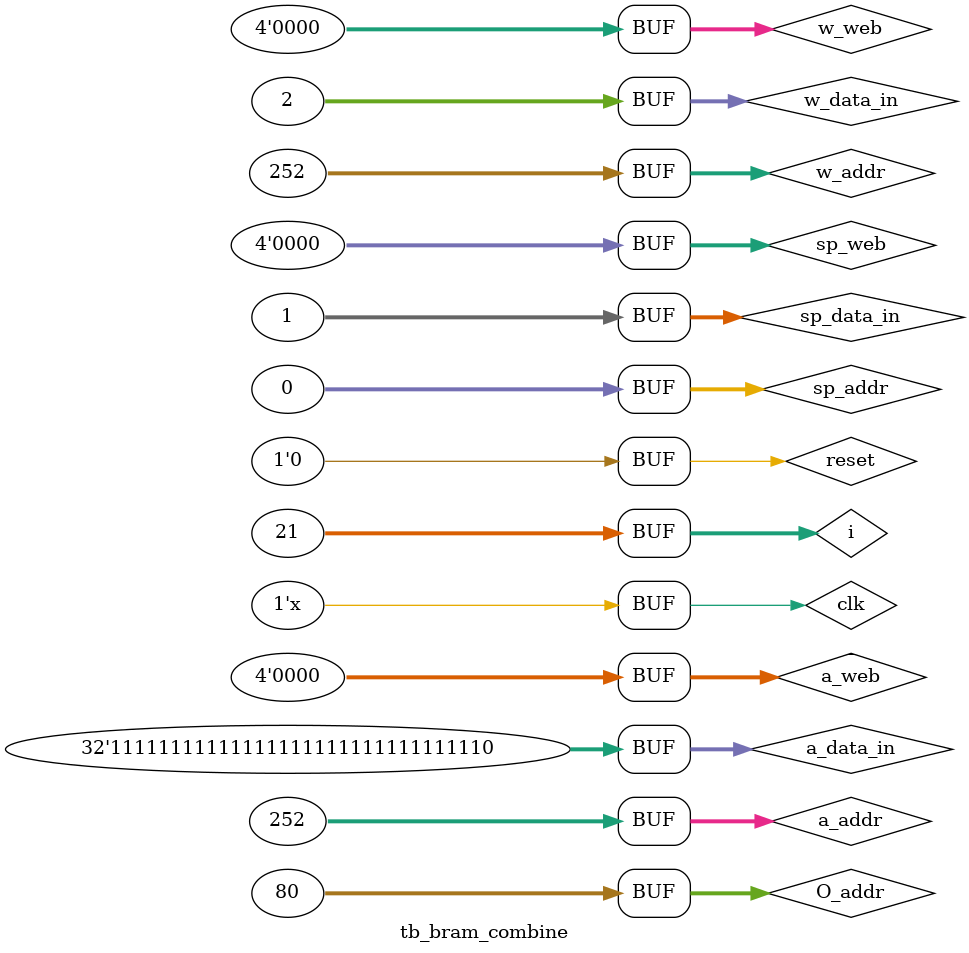
<source format=v>
`timescale 100ns/1ns

module tb_bram_combine ();
    reg clk;
    reg reset;
    
    reg [31:0]sp_addr;
    reg [31:0]sp_data_in;
    reg [3:0]sp_web;
    
    reg [31:0]a_addr;
    reg [31:0]a_data_in;
    reg [3:0]a_web;

    reg [31:0]w_addr;
    reg [31:0]w_data_in;
    reg [3:0]w_web;
    
    reg [31:0]O_addr;
    wire [31:0]O_data;
    

    /* Check the name of your module 'CS411_task1_wrapper'. */
    /* If your module name differ form 'CS411_task1_wrapper', you have to change below name. */ 
    design_1_wrapper aaa (
        .clk(clk),
        .reset(reset),
        .sp_addr(sp_addr),
        .sp_data_in(sp_data_in),
        .sp_web(sp_web),
        .a_addr(a_addr),
        .a_data_in(a_data_in),
        .a_web(a_web),
        .w_addr(w_addr),
        .w_data_in(w_data_in),
        .w_web(w_web),
        .O_data(O_data),
        .O_addr(O_addr)    
    );
  
    integer i;
    integer j;
    initial begin
        clk = 1;
        reset = 1;
        sp_addr = 0;
        sp_data_in = 0;
        sp_web = 0;
        a_addr = 0;
        a_data_in = 0;
        a_web = 0;
        w_addr = 0;
        w_data_in = 0;
        w_web = 0;
        O_addr = 0;
        #10
        /* set SP BRAM */
        /* We will do 4 tests with this variables 
        TEST x : (mode, M, K, N) 
        TEST 1 : (0 and 1, 8, 8, 8)
        TEST 2 : (0 and 1, 7, 8, 3)
        TEST 3 : (0 and 1, 3, 4, 2)
        TEST 4 : (0 and 1, 6, 7, 3)
        */
        /* Following testbench code is for TEST 2 OS (1, 7, 8, 3) */
        reset = 0;
        sp_web=4'b1111;
        #1
        sp_addr=4; 
        sp_data_in=1; //MODE
        #1
        sp_addr=8; 
        sp_data_in=7; //M
        #1
        sp_addr=12; 
        sp_data_in=8; //K
        #1
        sp_addr=16; 
        sp_data_in=3; //N
        #1

        /* set inputs in A, W BRAM */
        sp_web = 4'b0000;
        a_web=4'b1111;
        w_web=4'b1111;

        #1
        /* (import) input value may be random values */
        for(i=0; i<8*8; i=i+1)
        begin
                a_addr = i*4;
                a_data_in = -2;  
                w_addr = i*4;
                w_data_in = 2;
        #1;
        end

        /* Set start SIGNAL */
        a_web=4'b0000;
        w_web=4'b0000;
        #10
        sp_web=4'b1111;
        sp_addr=0; 
        sp_data_in=1;
        #5 
        /*
            END value setting on BRAM
            After you generate bitstream and make FPGA work, 
            previous process is done by Jupyter notebook python code.
        */

        sp_web=4'b0000;
        a_web=4'b0000;
        w_web=4'b0000;

        /* Wait enough time to finish systolic array operation */
        #300
        /* Check the contents of O_BRAM, you have to use memory (O_BEAM) minimally */
        /* Inserting one element (1 byte) into each 4-byte space of O_BRAM is the default rule. 
           (It does not require inserting 4 elements into the 4-byte space.) 
           Refer to the code below to verify the results. */
        for(i=0; i< 7 * 3 ; i=i+1) /*7 x 3 = M x N*/
        begin
            O_addr = i*4;
            #0.5;
             if(O_data ==  8*(-4)) begin /* = K */
                 $display("  Right  ");
             end else begin
                 $display("  Wrong value  ");
             end
            #0.5;
        end

      
      
    end
  
  always #0.5 clk = !clk;
endmodule

</source>
